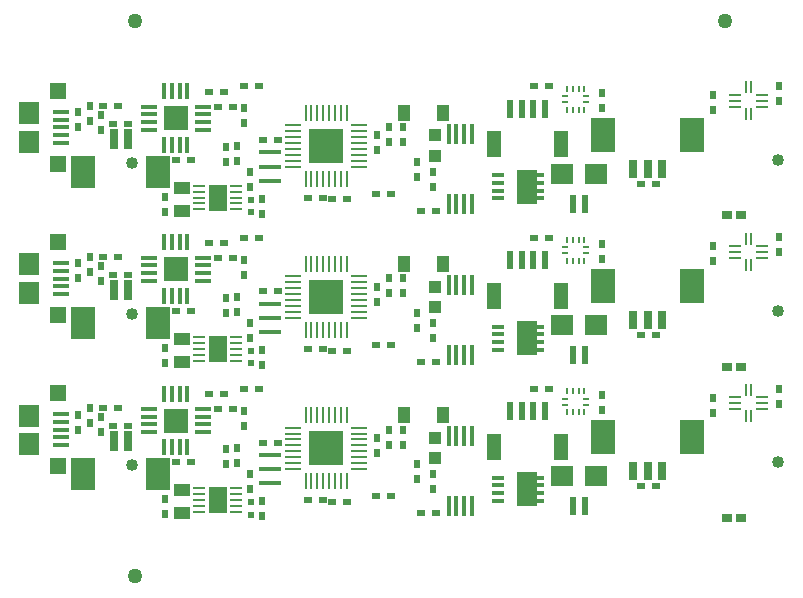
<source format=gbr>
%FSTAX24Y24*%
%MOIN*%
%IN SPASTE1.GBR *%
%ADD10C,0.0400*%
%ADD11C,0.0500*%
%ADD12O,0.0098X0.0551*%
%ADD13O,0.0551X0.0098*%
%ADD14R,0.0091X0.0217*%
%ADD15R,0.0094X0.0394*%
%ADD16R,0.0134X0.0571*%
%ADD17R,0.0165X0.0701*%
%ADD18R,0.0200X0.0250*%
%ADD19R,0.0217X0.0091*%
%ADD20R,0.0220X0.0230*%
%ADD21R,0.0236X0.0610*%
%ADD22R,0.0236X0.0630*%
%ADD23R,0.0250X0.0200*%
%ADD24R,0.0315X0.0630*%
%ADD25R,0.0315X0.0669*%
%ADD26R,0.0354X0.0276*%
%ADD27R,0.0394X0.0094*%
%ADD28R,0.0394X0.0098*%
%ADD29R,0.0394X0.0177*%
%ADD30R,0.0394X0.0551*%
%ADD31R,0.0425X0.0413*%
%ADD32R,0.0500X0.0866*%
%ADD33R,0.0531X0.0157*%
%ADD34R,0.0551X0.0531*%
%ADD35R,0.0571X0.0134*%
%ADD36R,0.0571X0.0394*%
%ADD37R,0.0591X0.0866*%
%ADD38R,0.0689X0.0748*%
%ADD39R,0.0709X0.1181*%
%ADD40R,0.0748X0.0709*%
%ADD41R,0.0748X0.0157*%
%ADD42R,0.0748X0.0709*%
%ADD43R,0.0787X0.0787*%
%ADD44R,0.0827X0.1102*%
%ADD45R,0.0827X0.1181*%
%ADD46R,0.1181X0.1181*%
D11*X023622Y020866D03*X003937D03*Y002362D03*D23*X00693Y008428D03*
X021299Y005354D03*D24*X021526Y005857D03*D18*X00282Y007667D03*
X002053Y007251D03*D33*X001483Y007246D03*D18*X0195Y007908D03*D14*
X01893Y00783D03*D23*X01349Y004458D03*X01399D03*D29*X01605Y004877D03*
D23*X017259Y008611D03*D14*X018536Y008539D03*X018733D03*D23*
X017759Y008611D03*D14*X018339Y008539D03*X01893D03*D18*X0195Y008408D03*
D14*X018733Y00783D03*D22*X017229Y007872D03*D23*X00287Y007957D03*D18*
X002443Y007471D03*D33*X001483Y007501D03*D10*X025394Y006161D03*
X003839Y006063D03*D33*X001483Y007757D03*Y00699D03*D22*
X017623Y007872D03*D32*X018135Y006678D03*X01593D03*D25*
X003232Y006858D03*D44*X004728Y005755D03*X002228D03*D45*
X019538Y006999D03*X02253D03*D40*X018178Y005687D03*D42*X01932D03*D29*
X017389Y004877D03*D18*X002443Y007971D03*D35*X004407Y007425D03*D18*
X007361Y006128D03*X007766Y005761D03*X006966Y006606D03*
X007361Y006628D03*D23*X012488Y005037D03*X009708Y004893D03*D28*
X007321Y004513D03*D23*X010208Y004893D03*D12*X00983Y005524D03*D18*
X002053Y007751D03*D35*X004407Y007681D03*D23*X010518Y004847D03*D18*
X008191Y004373D03*D20*X007801Y004418D03*D28*X006081Y004513D03*
Y00471D03*D36*X005516Y004474D03*D37*X006701Y004907D03*D23*
X011018Y004847D03*D12*X010027Y005524D03*D23*X011988Y005037D03*
X008088Y008612D03*D18*X008191Y004873D03*D28*X007321Y004907D03*D18*
X007766Y005261D03*D28*X007321Y005103D03*D20*X007801Y004828D03*D28*
X007321Y00471D03*D13*X00922Y007315D03*D16*X005687Y008449D03*
X005431Y006658D03*X005687D03*D35*X006199Y007425D03*Y007937D03*D23*
X00672Y007938D03*D16*X005431Y008449D03*D23*X007588Y008612D03*D16*
X004919Y008449D03*D35*X004407Y007937D03*Y007169D03*D23*
X003703Y007371D03*D16*X004919Y006658D03*D12*X010224Y005524D03*
X010618D03*X010814D03*D13*X011425Y006331D03*X00922Y007118D03*
X011425Y006528D03*D18*X012Y006477D03*D13*X011425Y006134D03*D18*
X01243Y006748D03*X012881Y006748D03*D31*X013931Y006978D03*D17*
X014401Y007041D03*D13*X011425Y006921D03*Y007118D03*D18*
X01243Y007248D03*D12*X011011Y007728D03*X010421D03*X00983D03*X009633D03*
D13*X00922Y006331D03*D28*X006081Y0053D03*Y004907D03*D18*
X004958Y004437D03*D17*X014401Y004702D03*D27*X02484Y008331D03*D18*
X02541Y008618D03*D15*X024496Y008577D03*X024299D03*D27*
X023954Y008134D03*D15*X024496Y007692D03*D14*X018339Y00783D03*D19*
X01828Y008283D03*D14*X018536Y00783D03*D19*X018989Y008086D03*Y008283D03*
D26*X024158Y00431D03*D23*X00643Y008428D03*D18*X00757Y007378D03*D23*
X008711Y006818D03*D13*X00922Y006724D03*D28*X006081Y005103D03*D36*
X005516Y005222D03*D18*X004958Y004937D03*X013331Y005608D03*
X013891Y005268D03*D22*X016836Y007872D03*D17*X015169Y007041D03*D18*
X013891Y005768D03*D23*X005327Y006167D03*D16*X005175Y006658D03*D35*
X006199Y007169D03*D43*X005303Y007553D03*D16*X005175Y008449D03*D23*
X00722Y007938D03*D18*X00757Y007878D03*D12*X010224Y007728D03*X010814D03*
D23*X008211Y006818D03*D13*X00922Y006528D03*D46*X010322Y006626D03*D13*
X011425Y006724D03*D18*X012Y006977D03*D13*X00922Y006921D03*D35*
X006199Y007681D03*D12*X010027Y007728D03*D18*X023222Y008315D03*D27*
X023954Y008331D03*X02484Y008134D03*D18*X02541Y008118D03*D27*
X02484Y007938D03*D12*X010618Y007728D03*X009633Y005524D03*D18*
X013331Y006108D03*D17*X014913Y007041D03*D22*X016442Y007872D03*D19*
X01828Y008086D03*D21*X018946Y004692D03*D26*X023686Y00431D03*D17*
X014657Y007041D03*D31*X013931Y006297D03*D17*X014913Y004702D03*
X014657D03*X015169D03*D25*X003724Y006858D03*D23*X005827Y006167D03*
X003203Y007371D03*D18*X00282Y007167D03*D23*X00337Y007957D03*D13*
X011425Y005937D03*D12*X011011Y005524D03*X010421D03*D30*X0129Y007727D03*
D41*X008437Y006411D03*D13*X00922Y006134D03*D41*X008437Y005939D03*
Y005466D03*D13*X00922Y005937D03*D30*X014199Y007727D03*D18*
X012881Y007248D03*D13*X011425Y007315D03*D29*X017389Y005388D03*
Y005644D03*Y005132D03*D21*X018552Y004692D03*D39*X017015Y00526D03*D24*
X020542Y005857D03*D23*X020799Y005354D03*D24*X021034Y005857D03*D18*
X023222Y007815D03*D27*X023954Y007938D03*D15*X024299Y007692D03*D38*
X00043Y006773D03*Y007718D03*D34*X001394Y008456D03*Y006035D03*D33*
X001483Y006734D03*D28*X007321Y0053D03*D18*X006966Y006106D03*D29*
X01605Y005132D03*Y005388D03*Y005644D03*D23*X00693Y013467D03*
X021299Y010394D03*D24*X021526Y010897D03*D18*X00282Y012706D03*
X002053Y012291D03*D33*X001483Y012285D03*D18*X0195Y012947D03*D14*
X01893Y012869D03*D23*X01349Y009497D03*X01399D03*D29*X01605Y009916D03*
D23*X017259Y01365D03*D14*X018536Y013578D03*X018733D03*D23*
X017759Y01365D03*D14*X018339Y013578D03*X01893D03*D18*X0195Y013447D03*
D14*X018733Y012869D03*D22*X017229Y012912D03*D23*X00287Y012996D03*D18*
X002443Y012511D03*D33*X001483Y012541D03*D10*X025394Y011201D03*
X003839Y011102D03*D33*X001483Y012797D03*Y012029D03*D22*
X017623Y012912D03*D32*X018135Y011718D03*X01593D03*D25*
X003232Y011897D03*D44*X004728Y010795D03*X002228D03*D45*
X019538Y012038D03*X02253D03*D40*X018178Y010726D03*D42*X01932D03*D29*
X017389Y009916D03*D18*X002443Y013011D03*D35*X004407Y012465D03*D18*
X007361Y011167D03*X007766Y0108D03*X006966Y011645D03*X007361Y011667D03*
D23*X012488Y010076D03*X009708Y009932D03*D28*X007321Y009552D03*D23*
X010208Y009932D03*D12*X00983Y010563D03*D18*X002053Y012791D03*D35*
X004407Y012721D03*D23*X010518Y009886D03*D18*X008191Y009412D03*D20*
X007801Y009457D03*D28*X006081Y009552D03*Y009749D03*D36*
X005516Y009513D03*D37*X006701Y009946D03*D23*X011018Y009886D03*D12*
X010027Y010563D03*D23*X011988Y010076D03*X008088Y013651D03*D18*
X008191Y009912D03*D28*X007321Y009946D03*D18*X007766Y0103D03*D28*
X007321Y010143D03*D20*X007801Y009867D03*D28*X007321Y009749D03*D13*
X00922Y012354D03*D16*X005687Y013488D03*X005431Y011697D03*X005687D03*
D35*X006199Y012465D03*Y012977D03*D23*X00672Y012977D03*D16*
X005431Y013488D03*D23*X007588Y013651D03*D16*X004919Y013488D03*D35*
X004407Y012977D03*Y012209D03*D23*X003703Y012411D03*D16*
X004919Y011697D03*D12*X010224Y010563D03*X010618D03*X010814D03*D13*
X011425Y01137D03*X00922Y012158D03*X011425Y011567D03*D18*X012Y011516D03*
D13*X011425Y011173D03*D18*X01243Y011787D03*X012881Y011787D03*D31*
X013931Y012018D03*D17*X014401Y01208D03*D13*X011425Y011961D03*
Y012158D03*D18*X01243Y012287D03*D12*X011011Y012768D03*X010421D03*
X00983D03*X009633D03*D13*X00922Y01137D03*D28*X006081Y01034D03*
Y009946D03*D18*X004958Y009476D03*D17*X014401Y009741D03*D27*
X02484Y013371D03*D18*X02541Y013657D03*D15*X024496Y013617D03*X024299D03*
D27*X023954Y013174D03*D15*X024496Y012731D03*D14*X018339Y012869D03*D19*
X01828Y013322D03*D14*X018536Y012869D03*D19*X018989Y013125D03*
Y013322D03*D26*X024158Y009349D03*D23*X00643Y013467D03*D18*
X00757Y012417D03*D23*X008711Y011857D03*D13*X00922Y011764D03*D28*
X006081Y010143D03*D36*X005516Y010261D03*D18*X004958Y009976D03*
X013331Y010647D03*X013891Y010307D03*D22*X016836Y012912D03*D17*
X015169Y01208D03*D18*X013891Y010807D03*D23*X005327Y011206D03*D16*
X005175Y011697D03*D35*X006199Y012209D03*D43*X005303Y012593D03*D16*
X005175Y013488D03*D23*X00722Y012977D03*D18*X00757Y012917D03*D12*
X010224Y012768D03*X010814D03*D23*X008211Y011857D03*D13*
X00922Y011567D03*D46*X010322Y011665D03*D13*X011425Y011764D03*D18*
X012Y012016D03*D13*X00922Y011961D03*D35*X006199Y012721D03*D12*
X010027Y012768D03*D18*X023222Y013354D03*D27*X023954Y013371D03*
X02484Y013174D03*D18*X02541Y013157D03*D27*X02484Y012977D03*D12*
X010618Y012768D03*X009633Y010563D03*D18*X013331Y011147D03*D17*
X014913Y01208D03*D22*X016442Y012912D03*D19*X01828Y013125D03*D21*
X018946Y009732D03*D26*X023686Y009349D03*D17*X014657Y01208D03*D31*
X013931Y011336D03*D17*X014913Y009741D03*X014657D03*X015169D03*D25*
X003724Y011897D03*D23*X005827Y011206D03*X003203Y012411D03*D18*
X00282Y012206D03*D23*X00337Y012996D03*D13*X011425Y010976D03*D12*
X011011Y010563D03*X010421D03*D30*X0129Y012766D03*D41*X008437Y01145D03*
D13*X00922Y011173D03*D41*X008437Y010978D03*Y010506D03*D13*
X00922Y010976D03*D30*X014199Y012766D03*D18*X012881Y012287D03*D13*
X011425Y012354D03*D29*X017389Y010428D03*Y010684D03*Y010172D03*D21*
X018552Y009732D03*D39*X017015Y0103D03*D24*X020542Y010897D03*D23*
X020799Y010394D03*D24*X021034Y010897D03*D18*X023222Y012854D03*D27*
X023954Y012977D03*D15*X024299Y012731D03*D38*X00043Y011813D03*
Y012757D03*D34*X001394Y013496D03*Y011074D03*D33*X001483Y011773D03*D28*
X007321Y01034D03*D18*X006966Y011145D03*D29*X01605Y010172D03*Y010428D03*
Y010684D03*D23*X00693Y018506D03*X021299Y015433D03*D24*
X021526Y015936D03*D33*X001483Y017324D03*D18*X002053Y01733D03*
X00282Y017746D03*X0195Y017986D03*D14*X01893Y017909D03*D23*
X01349Y014536D03*X01399D03*D29*X01605Y014955D03*D23*X017259Y018689D03*
D14*X018536Y018617D03*X018733D03*D23*X017759Y018689D03*D14*
X018339Y018617D03*X01893D03*D18*X0195Y018486D03*D14*X018733Y017909D03*
D22*X017229Y017951D03*D23*X00287Y018036D03*D18*X002443Y01755D03*D33*
X001483Y01758D03*D10*X025394Y01624D03*X003839Y016142D03*D33*
X001483Y017836D03*Y017068D03*D22*X017623Y017951D03*D32*
X018135Y016757D03*X01593D03*D25*X003232Y016936D03*D44*
X004728Y015834D03*X002228D03*D45*X019538Y017078D03*X02253D03*D40*
X018178Y015765D03*D42*X01932D03*D29*X017389Y014955D03*D18*
X002443Y01805D03*D35*X004407Y017504D03*D18*X007361Y016206D03*
X007766Y01584D03*X006966Y016685D03*X007361Y016706D03*D23*
X012488Y015115D03*X009708Y014971D03*D28*X007321Y014592D03*D23*
X010208Y014971D03*D12*X00983Y015602D03*D18*X002053Y01783D03*D35*
X004407Y01776D03*D23*X010518Y014925D03*D18*X008191Y014451D03*D20*
X007801Y014496D03*D28*X006081Y014592D03*Y014788D03*D36*
X005516Y014552D03*D37*X006701Y014985D03*D23*X011018Y014925D03*D12*
X010027Y015602D03*D23*X011988Y015115D03*X008088Y01869D03*D18*
X008191Y014951D03*D28*X007321Y014985D03*D18*X007766Y01534D03*D28*
X007321Y015182D03*D20*X007801Y014906D03*D28*X007321Y014788D03*D13*
X00922Y017394D03*D16*X005687Y018528D03*X005431Y016736D03*X005687D03*
D35*X006199Y017504D03*Y018016D03*D23*X00672Y018016D03*D16*
X005431Y018528D03*D23*X007588Y01869D03*D16*X004919Y018528D03*D35*
X004407Y018016D03*Y017248D03*D23*X003703Y01745D03*D16*
X004919Y016736D03*D12*X010224Y015602D03*X010618D03*X010814D03*D13*
X011425Y01641D03*X00922Y017197D03*X011425Y016606D03*D18*X012Y016555D03*
D13*X011425Y016213D03*D18*X01243Y016826D03*X012881Y016826D03*D31*
X013931Y017057D03*D17*X014401Y017119D03*D13*X011425Y017D03*Y017197D03*
D18*X01243Y017326D03*D12*X011011Y017807D03*X010421D03*X00983D03*
X009633D03*D13*X00922Y01641D03*D28*X006081Y015379D03*Y014985D03*D18*
X004958Y014515D03*D17*X014401Y014781D03*D27*X02484Y01841D03*D18*
X02541Y018696D03*D15*X024496Y018656D03*X024299D03*D27*
X023954Y018213D03*D15*X024496Y01777D03*D14*X018339Y017909D03*D19*
X01828Y018362D03*D14*X018536Y017909D03*D19*X018989Y018165D03*
Y018362D03*D26*X024158Y014388D03*D23*X00643Y018506D03*D18*
X00757Y017456D03*D23*X008711Y016896D03*D13*X00922Y016803D03*D28*
X006081Y015182D03*D36*X005516Y0153D03*D18*X004958Y015015D03*
X013331Y015686D03*X013891Y015346D03*D22*X016836Y017951D03*D17*
X015169Y017119D03*D18*X013891Y015846D03*D23*X005327Y016245D03*D16*
X005175Y016736D03*D35*X006199Y017248D03*D43*X005303Y017632D03*D16*
X005175Y018528D03*D23*X00722Y018016D03*D18*X00757Y017956D03*D12*
X010224Y017807D03*X010814D03*D23*X008211Y016896D03*D13*
X00922Y016606D03*D46*X010322Y016705D03*D13*X011425Y016803D03*D18*
X012Y017055D03*D13*X00922Y017D03*D35*X006199Y01776D03*D12*
X010027Y017807D03*D18*X023222Y018393D03*D27*X023954Y01841D03*
X02484Y018213D03*D18*X02541Y018196D03*D27*X02484Y018016D03*D12*
X010618Y017807D03*X009633Y015602D03*D18*X013331Y016186D03*D17*
X014913Y017119D03*D22*X016442Y017951D03*D19*X01828Y018165D03*D21*
X018946Y014771D03*D26*X023686Y014388D03*D17*X014657Y017119D03*D31*
X013931Y016376D03*D17*X014913Y014781D03*X014657D03*X015169D03*D25*
X003724Y016936D03*D23*X005827Y016245D03*X003203Y01745D03*D18*
X00282Y017246D03*D23*X00337Y018036D03*D13*X011425Y016016D03*D12*
X011011Y015602D03*X010421D03*D30*X0129Y017805D03*D41*X008437Y01649D03*
D13*X00922Y016213D03*D41*X008437Y016017D03*Y015545D03*D13*
X00922Y016016D03*D30*X014199Y017805D03*D18*X012881Y017326D03*D13*
X011425Y017394D03*D29*X017389Y015467D03*Y015723D03*Y015211D03*D21*
X018552Y014771D03*D39*X017015Y015339D03*D24*X020542Y015936D03*D23*
X020799Y015433D03*D24*X021034Y015936D03*D18*X023222Y017893D03*D27*
X023954Y018016D03*D15*X024299Y01777D03*D38*X00043Y016852D03*Y017797D03*
D34*X001394Y018535D03*Y016114D03*D33*X001483Y016813D03*D28*
X007321Y015379D03*D18*X006966Y016185D03*D29*X01605Y015211D03*
Y015467D03*Y015723D03*
M02*
</source>
